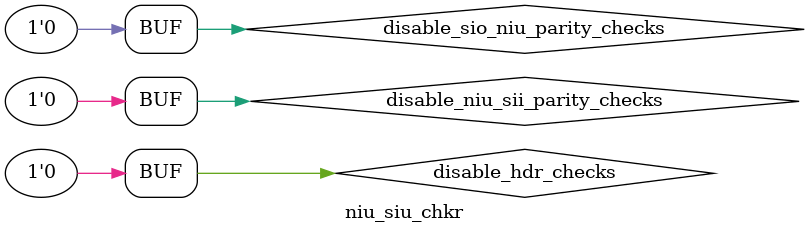
<source format=v>
`ifdef FC_BENCH
  `define TOP_DESIGN cpu
  `define SII_REF_CLK tb_top.cpu.sii.iol2clk
  `define SIO_REF_CLK tb_top.cpu.sio.iol2clk
`else
`ifdef IOS
  `define TOP_DESIGN cpu
  `define SII_REF_CLK sii.iol2clk
  `define SIO_REF_CLK sio.iol2clk
`else
  `ifdef SIU
    `define TOP_DESIGN cpu
    `define TB_TOP siu_top.cpu
    `define SII_REF_CLK sii.iol2clk
    `define SIO_REF_CLK sio.iol2clk
  `else
     `ifdef N2_NIU
         `define TOP_DESIGN cpu
         `define TB_TOP tb_top.cpu
    	`define SII_REF_CLK ccu_io_out
    	`define SIO_REF_CLK ccu_io_out
      `endif
  `endif
`endif
`endif

module niu_siu_chkr();

`ifdef FC_BENCH
reg bid_chk_off;
initial begin // {
    @(posedge `SII_REF_CLK) ;
    if ($test$plusargs("niusiu_bid_chk_off"))
        bid_chk_off <= 1;
    else
        bid_chk_off <= 0;
end //}

//  0in disable_checker bid_chk_off -name *niu_bus_id*
`endif

// set this to -constraint to constrain input signals to SIU
`define SIU_CONSTRAINT
// set this to -constraint to constrain input signals to NIU
`define NIU_CONSTRAINT
   
   
///////////////////////////////////////////////////////////////////////////////
// Check that all interface signals are not X or Z. This check can be disabled
// by not including the +define+X_GUARD arg on the command line.
///////////////////////////////////////////////////////////////////////////////
`ifdef X_GUARD
   // 0in known_driven -var niu_sii_hdr_vld   -name niu_sii_hdr_vld_x_guard   -clock `SII_REF_CLK -module `TOP_DESIGN
   // 0in known_driven -var niu_sii_reqbypass -name niu_sii_reqbypass_x_guard -clock `SII_REF_CLK -module `TOP_DESIGN
   // 0in known_driven -var niu_sii_datareq   -name niu_sii_datareq_x_guard   -clock `SII_REF_CLK -module `TOP_DESIGN
   // 0in known_driven -var niu_sii_data      -name niu_sii_data_x_guard      -clock `SII_REF_CLK -module `TOP_DESIGN
   // 0in known_driven -var niu_sii_parity    -name niu_sii_parity_x_guard    -clock `SII_REF_CLK -module `TOP_DESIGN
   // x0in known_driven -var niu_sii_be        -name niu_sii_be_x_guard        -clock `SII_REF_CLK -module `TOP_DESIGN
   // x0in known_driven -var sii_niu_wrack_vld -name sii_niu_wrack_vld_x_guard -clock `SII_REF_CLK -module `TOP_DESIGN
   // x0in known_driven -var sii_niu_wrack_tag -name sii_niu_wrack_tag_x_guard -clock `SII_REF_CLK -module `TOP_DESIGN

   // 0in known_driven -var sio_niu_hdr_vld   -name sio_niu_hdr_vld_x_guard   -clock `SIO_REF_CLK -module `TOP_DESIGN
   // 0in known_driven -var sio_niu_datareq   -name sio_niu_datareq_x_guard   -clock `SIO_REF_CLK -module `TOP_DESIGN
   // 0in known_driven -var sio_niu_data      -name sio_niu_data_x_guard      -clock `SIO_REF_CLK -module `TOP_DESIGN
   // 0in known_driven -var sio_niu_parity    -name sio_niu_parity_x_guard    -clock `SIO_REF_CLK -module `TOP_DESIGN
`endif


///////////////////////////////////////////////////////////////////////////////
// These signals can be used to disable certain 0-In checkers at runtime,
// so that testcases forcing interface errors don't die with checker firings.
///////////////////////////////////////////////////////////////////////////////
reg disable_hdr_checks;
reg disable_niu_sii_parity_checks;
reg disable_sio_niu_parity_checks;
   
initial begin
   disable_hdr_checks = 1'b0;
   disable_niu_sii_parity_checks = 1'b0;
   disable_sio_niu_parity_checks = 1'b0;
end

`define NIU_SII_COMMAND	   {niu_sii_data[127:122], niu_sii_reqbypass}
`define NIU_SII_NIU_ID     niu_sii_data[79:64]

`define SIO_NIU_COMMAND    sio_niu_data[127:122]
`define SIO_NIU_NIU_ID     sio_niu_data[79:64]
   
///////////////////////////////////////////////////////////////////////////////
// Check for valid commands from NIU to SIU
///////////////////////////////////////////////////////////////////////////////

   // valid Transactions : RDD_npt_ord RDD_npt_byp WRI_pst_ord WRI_pst_byp WRI_npt_ord WRI_npt_byp 
   /* 0in value -var `NIU_SII_COMMAND -casex
    -val 7'b0010_100 7'b0010_101 7'b0100_100 7'b0100_101 7'b0000_100 7'b0000_101
    -active niu_sii_hdr_vld -module `TOP_DESIGN  -name niu_sii_hdr_cmd_vld
    -message "Bad value for niu_siu header" 
    -areset disable_hdr_checks `SIU_CONSTRAINT
    -clock `SII_REF_CLK
   */
   

   // check for reserved bits of header
   /* 0in  assert -var ( |{niu_sii_data[121:85], niu_sii_data[63], niu_sii_data[55:40], niu_sii_data[5:0]} == 1'b0)
    -active niu_sii_hdr_vld -module `TOP_DESIGN -name niu_sii_hdr_rsrvd_bits
    -message "reserved bits in header are not all zero"
    -areset disable_hdr_checks `SIU_CONSTRAINT
    -clock `SII_REF_CLK
   */

   
///////////////////////////////////////////////////////////////////////////////
// Check for no overlap of transactions:
// After niu_sii_hdr_vld & niu_sii_datareq 
// niu_sii_hdr_vld is 0 for 4 cycle.
///////////////////////////////////////////////////////////////////////////////

   /* 0in 
    assert_window -start (niu_sii_hdr_vld & niu_sii_datareq) 
    -start_count 0 -stop_count 4
    -not_in niu_sii_hdr_vld
    -module `TOP_DESIGN -name niu_siu_no_overlap_chk1 `SIU_CONSTRAINT
    -clock `SII_REF_CLK
    */

///////////////////////////////////////////////////////////////////////////////
// Check for outstanding bus_id
// max_ids set to 65536 otherwise it counts -req_id -ret_id as 4bit
///////////////////////////////////////////////////////////////////////////////

   /* 0in 
    bus_id 
    -req (niu_sii_hdr_vld & ~niu_sii_data[126])
    -req_id niu_sii_data[79:64] 
    -ret sio_niu_hdr_vld 
    -ret_id sio_niu_data[79:64]
    -max_ids 65536 -max_ids_check off
    -module `TOP_DESIGN
    -clock `SII_REF_CLK
    -name niu_bus_id
   */


///////////////////////////////////////////////////////////////////////////////
// sii-to-niu
// sii_niu_oqdq & sii_niu_bqdq cannot be asserted in the same cycle
///////////////////////////////////////////////////////////////////////////////

   /* 0in
    assert -var (~(sii_niu_oqdq & sii_niu_bqdq))
    -module `TOP_DESIGN
    -name sii_niu_dq
    -clock `SII_REF_CLK
   */

   /* 0in assert_follower 
    -leader (niu_sii_hdr_vld & ~niu_sii_reqbypass) 
    -follower sii_niu_oqdq
    -min 2
    -max 3000
    -max_leader 16
    -module `TOP_DESIGN
    -name niu_sii_oq_assert_follower
    -clock `SII_REF_CLK
   */

   /* 0in assert_follower
    -leader (niu_sii_hdr_vld & niu_sii_reqbypass)
    -follower sii_niu_bqdq
    -min 2
    -max 3000
    -max_leader 16
    -module `TOP_DESIGN
    -clock `SII_REF_CLK
    -name niu_sii_bq_assert_follower
   */

   /* 0in assert_leader 
    -leader (niu_sii_hdr_vld & ~niu_sii_reqbypass)
    -follower sii_niu_oqdq
    -min 2
    -max 3000
    -max_leader 16
    -module `TOP_DESIGN
    -name niu_sii_oq_assert_leader
    -clock `SII_REF_CLK
   */

   /* 0in assert_leader 
    -leader (niu_sii_hdr_vld & niu_sii_reqbypass)
    -follower sii_niu_bqdq
    -min 2
    -max 3000
    -max_leader 16
    -module `TOP_DESIGN
    -name niu_sii_bq_assert_leader
    -clock `SII_REF_CLK
   */

   // RDD 
   /* 0in assert_together
    -leader ((niu_sii_data[127:122]==6'b001010) & niu_sii_hdr_vld)
    -follower (niu_sii_hdr_vld & ~niu_sii_datareq)
    -module `TOP_DESIGN
    -clock `SII_REF_CLK
    -name niu_sii_cmd_rdd
    */

   // WRI
   /* 0in assert_together
    -leader ((niu_sii_data[127:122]==6'b0x0010) & niu_sii_hdr_vld)
    -follower (niu_sii_hdr_vld & niu_sii_datareq)
    -module `TOP_DESIGN
    -name niu_sii_cmd_wri
    -clock `SII_REF_CLK
    */

   
///////////////////////////////////////////////////////////////////////////////
// Check for no overlap of transactions from sio to niu:
//  After sio_niu_datareq
//  sio_niu_hdr_vld is 0 for 4 cycles.
///////////////////////////////////////////////////////////////////////////////

   /* 0in
    assert_window
    -start (sio_niu_hdr_vld & sio_niu_datareq)
    -start_count 0
    -stop_count 4
    -not_in sio_niu_hdr_vld
    -module `TOP_DESIGN
    -clock `SIO_REF_CLK
    -name sio_niu_pkt_no_overlap
    */

   //valid transaction check
   /* 0in value 
    -var `SIO_NIU_COMMAND 
    -casex
    -val 6'b100010 6'b101010
    -active sio_niu_hdr_vld
    -module `TOP_DESIGN
    -name sio_niu_hdr_cmd_vld
    -message "Bad value for sio_niu_header"
    -areset disable_hdr_checks
    -clock `SIO_REF_CLK 
    */

  // check for reserved bits of header
  /* 0in  assert 
   -var ( |{sio_niu_data[121:83],sio_niu_data[63:62],sio_niu_data[55:40]} == 1'b0)
   -active sio_niu_hdr_vld 
   -module `TOP_DESIGN 
   -name sio_niu_hdr_rsrvd_bits
   -message "reserved bits in header are not all zero"
   -areset disable_hdr_checks
   -clock `SIO_REF_CLK 
   */

   // RDD
   /* 0in assert_together 
    -leader ((`SIO_NIU_COMMAND==6'b101010) & sio_niu_hdr_vld) 
    -follower (sio_niu_hdr_vld & sio_niu_datareq)
    -module `TOP_DESIGN 
    -name sio_niu_cmd_rdd
    -clock `SIO_REF_CLK 
    */
 
   //WRI 
   /* 0in assert_together
    -leader ((`SIO_NIU_COMMAND==6'b100010) & sio_niu_hdr_vld)
    -follower (sio_niu_hdr_vld & ~sio_niu_datareq)
    -module `TOP_DESIGN
    -name sio_niu_cmd_rwri
    -clock `SIO_REF_CLK 
    */
 
/* NIU to sio credit check */

/* 0in fifo
      -enq sio_niu_hdr_vld
      -deq niu_sio_dq
      -depth 4
      -clock `SIO_REF_CLK
      -module `TOP_DESIGN
      -name niu_credit_check
*/

///////////////////////////////////////////////////////////////////////////////
// sii-to-niu
// sii_niu_oqdq & sii_niu_bqdq cannot be asserted in the same cycle
///////////////////////////////////////////////////////////////////////////////

endmodule // niu_siu_chkr

</source>
